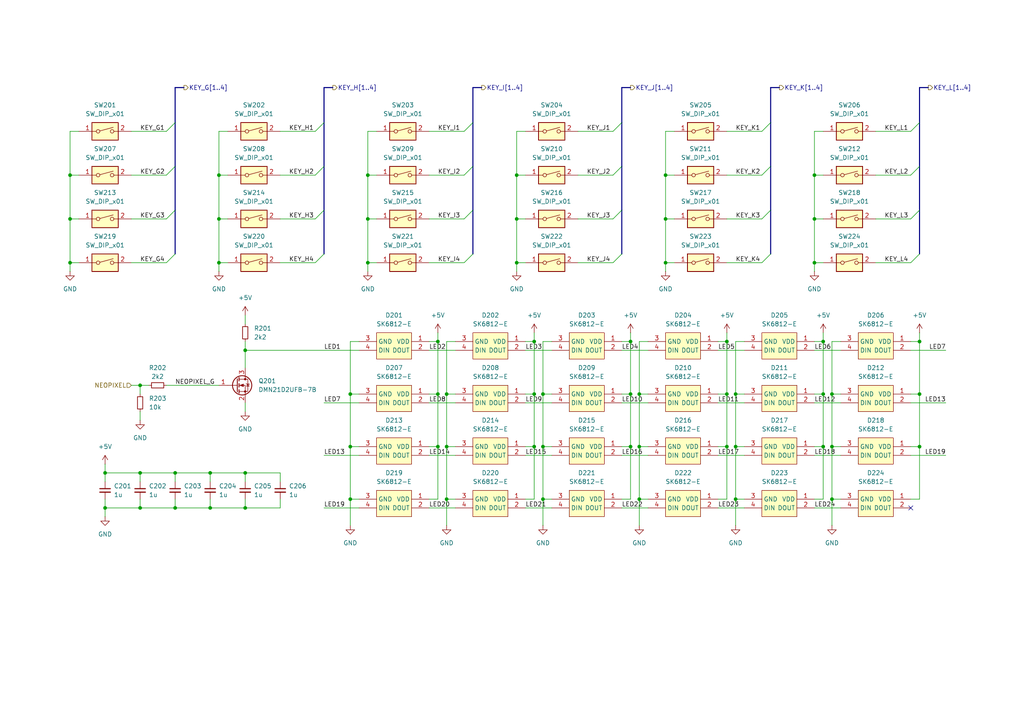
<source format=kicad_sch>
(kicad_sch (version 20250114) (generator "eeschema") (generator_version "9.0")
  (paper "A4")
  (lib_symbols
    (symbol "DEV:C_SMALL" (pin_numbers (hide yes)) (pin_names (offset 0.254) (hide yes))
      (property "Reference" "C" (at 0.254 1.778 0))
      (property "Value" "SMALL" (at 0.254 -2.032 0))
      (symbol "C_SMALL_1_1"
        (pin passive line (at 0 2.54 270) (length 2.032) (name "~") (number "1"))
        (pin passive line (at 0 -2.54 90) (length 2.032) (name "~") (number "2"))
      )
    )
    (symbol "DEV:R_SMALL" (pin_numbers (hide yes)) (pin_names (offset 0.254) (hide yes))
      (property "Reference" "R" (at 0 0 90))
      (property "Value" "R_SMALL" (at 1.778 0 90))
      (symbol "R_SMALL_1_1"
        (pin passive line (at 0 2.54 270) (length 0.762) (name "~") (number "1"))
        (pin passive line (at 0 -2.54 90) (length 0.762) (name "~") (number "2"))
      )
    )
    (symbol "LED:SK6812-E"
      (property "Reference" "D" (at 0 5.08 0))
      (property "Value" "SK6812-E" (at 0 2.54 0))
      (symbol "SK6812-E_0_0"
        (pin power_in line (at -10.16 -2.54 0) (length 5.08) (name "GND") (number "3"))
        (pin input line (at -10.16 -5.08 0) (length 5.08) (name "DIN") (number "4"))
        (pin power_in line (at 10.16 -2.54 180) (length 5.08) (name "VDD") (number "1"))
        (pin output line (at 10.16 -5.08 180) (length 5.08) (name "DOUT") (number "2"))
      )
    )
    (symbol "MOSFET:DMN21D2UFB-7B" (pin_names (hide yes))
      (property "Reference" "Q" (at 11.43 3.81 0))
      (property "Value" "DMN21D2UFB-7B" (at 11.43 1.27 0))
      (symbol "DMN21D2UFB-7B_1_1"
        (pin input line (at 0 0 0) (length 2.54) (name "G") (number "1"))
        (pin passive line (at 7.62 5.08 270) (length 2.54) (name "D") (number "3"))
        (pin passive line (at 7.62 -5.08 90) (length 2.54) (name "S") (number "2"))
      )
    )
    (symbol "Switch:SW_DIP_x01" (pin_names (offset 0) (hide yes))
      (property "Reference" "SW" (at 0 3.81 0))
      (property "Value" "SW_DIP_x01" (at 0 -3.81 0))
      (symbol "SW_DIP_x01_1_1"
        (pin passive line (at -7.62 0 0) (length 5.08) (name "~") (number "1"))
        (pin passive line (at 7.62 0 180) (length 5.08) (name "~") (number "2"))
      )
    )
    (symbol "power:+5V" (power) (pin_numbers (hide yes)) (pin_names (offset 0) (hide yes))
      (property "Value" "+5V" (at 0 3.556 0))
      (symbol "+5V_1_1"
        (pin power_in line (at 0 0 90) (length 0) (name "~") (number "1"))
      )
    )
    (symbol "power:GND" (power) (pin_numbers (hide yes)) (pin_names (offset 0) (hide yes))
      (property "Value" "GND" (at 0 -3.81 0))
      (symbol "GND_1_1"
        (pin power_in line (at 0 0 270) (length 0) (name "~") (number "1"))
      )
    )
  )
  (junction (at 210.82 99.06))
  (junction (at 129.54 144.78))
  (junction (at 149.86 63.5))
  (junction (at 213.36 144.78))
  (junction (at 60.96 137.16))
  (junction (at 266.7 99.06))
  (junction (at 30.48 147.32))
  (junction (at 266.7 129.54))
  (junction (at 210.82 114.3))
  (junction (at 40.64 147.32))
  (junction (at 157.48 129.54))
  (junction (at 106.68 76.2))
  (junction (at 40.64 111.76))
  (junction (at 154.94 129.54))
  (junction (at 182.88 114.3))
  (junction (at 241.3 129.54))
  (junction (at 50.8 147.32))
  (junction (at 149.86 50.8))
  (junction (at 127 114.3))
  (junction (at 210.82 129.54))
  (junction (at 266.7 114.3))
  (junction (at 20.32 76.2))
  (junction (at 63.5 50.8))
  (junction (at 185.42 129.54))
  (junction (at 213.36 114.3))
  (junction (at 127 99.06))
  (junction (at 106.68 50.8))
  (junction (at 154.94 114.3))
  (junction (at 63.5 63.5))
  (junction (at 101.6 129.54))
  (junction (at 50.8 137.16))
  (junction (at 71.12 101.6))
  (junction (at 193.04 63.5))
  (junction (at 149.86 76.2))
  (junction (at 40.64 137.16))
  (junction (at 182.88 99.06))
  (junction (at 127 129.54))
  (junction (at 71.12 137.16))
  (junction (at 241.3 144.78))
  (junction (at 154.94 99.06))
  (junction (at 20.32 50.8))
  (junction (at 238.76 114.3))
  (junction (at 185.42 114.3))
  (junction (at 236.22 50.8))
  (junction (at 129.54 129.54))
  (junction (at 157.48 114.3))
  (junction (at 129.54 114.3))
  (junction (at 236.22 76.2))
  (junction (at 157.48 144.78))
  (junction (at 238.76 129.54))
  (junction (at 60.96 147.32))
  (junction (at 185.42 144.78))
  (junction (at 182.88 129.54))
  (junction (at 193.04 50.8))
  (junction (at 241.3 114.3))
  (junction (at 236.22 63.5))
  (junction (at 238.76 99.06))
  (junction (at 30.48 137.16))
  (junction (at 193.04 76.2))
  (junction (at 101.6 144.78))
  (junction (at 20.32 63.5))
  (junction (at 106.68 63.5))
  (junction (at 63.5 76.2))
  (junction (at 71.12 147.32))
  (junction (at 101.6 114.3))
  (junction (at 213.36 129.54))
  (no_connect (at 264.16 147.32))
  (bus_entry (at 180.34 48.26) (size -2.54 2.54))
  (bus_entry (at 137.16 35.56) (size -2.54 2.54))
  (bus_entry (at 180.34 60.96) (size -2.54 2.54))
  (bus_entry (at 50.8 35.56) (size -2.54 2.54))
  (bus_entry (at 180.34 73.66) (size -2.54 2.54))
  (bus_entry (at 180.34 35.56) (size -2.54 2.54))
  (bus_entry (at 93.98 48.26) (size -2.54 2.54))
  (bus_entry (at 223.52 35.56) (size -2.54 2.54))
  (bus_entry (at 50.8 73.66) (size -2.54 2.54))
  (bus_entry (at 50.8 60.96) (size -2.54 2.54))
  (bus_entry (at 266.7 48.26) (size -2.54 2.54))
  (bus_entry (at 266.7 35.56) (size -2.54 2.54))
  (bus_entry (at 266.7 60.96) (size -2.54 2.54))
  (bus_entry (at 93.98 73.66) (size -2.54 2.54))
  (bus_entry (at 50.8 48.26) (size -2.54 2.54))
  (bus_entry (at 266.7 73.66) (size -2.54 2.54))
  (bus_entry (at 137.16 60.96) (size -2.54 2.54))
  (bus_entry (at 93.98 35.56) (size -2.54 2.54))
  (bus_entry (at 93.98 60.96) (size -2.54 2.54))
  (bus_entry (at 223.52 48.26) (size -2.54 2.54))
  (bus_entry (at 137.16 73.66) (size -2.54 2.54))
  (bus_entry (at 223.52 73.66) (size -2.54 2.54))
  (bus_entry (at 137.16 48.26) (size -2.54 2.54))
  (bus_entry (at 223.52 60.96) (size -2.54 2.54))
  (wire (pts (xy 30.48 134.62) (xy 30.48 137.16)))
  (wire (pts (xy 210.82 38.1) (xy 220.98 38.1)))
  (wire (pts (xy 236.22 99.06) (xy 238.76 99.06)))
  (wire (pts (xy 152.4 129.54) (xy 154.94 129.54)))
  (wire (pts (xy 20.32 63.5) (xy 22.86 63.5)))
  (wire (pts (xy 71.12 147.32) (xy 81.28 147.32)))
  (wire (pts (xy 210.82 114.3) (xy 210.82 129.54)))
  (bus (pts (xy 266.7 35.56) (xy 266.7 48.26)))
  (wire (pts (xy 180.34 147.32) (xy 187.96 147.32)))
  (wire (pts (xy 266.7 99.06) (xy 266.7 114.3)))
  (wire (pts (xy 63.5 50.8) (xy 63.5 63.5)))
  (wire (pts (xy 274.32 101.6) (xy 264.16 101.6)))
  (wire (pts (xy 236.22 63.5) (xy 238.76 63.5)))
  (wire (pts (xy 20.32 76.2) (xy 22.86 76.2)))
  (wire (pts (xy 254 76.2) (xy 264.16 76.2)))
  (wire (pts (xy 154.94 99.06) (xy 154.94 114.3)))
  (wire (pts (xy 213.36 144.78) (xy 215.9 144.78)))
  (wire (pts (xy 152.4 147.32) (xy 160.02 147.32)))
  (wire (pts (xy 238.76 99.06) (xy 238.76 114.3)))
  (wire (pts (xy 213.36 129.54) (xy 215.9 129.54)))
  (wire (pts (xy 127 99.06) (xy 127 96.52)))
  (wire (pts (xy 193.04 38.1) (xy 193.04 50.8)))
  (wire (pts (xy 180.34 114.3) (xy 182.88 114.3)))
  (wire (pts (xy 236.22 147.32) (xy 243.84 147.32)))
  (bus (pts (xy 93.98 48.26) (xy 93.98 60.96)))
  (wire (pts (xy 50.8 144.78) (xy 50.8 147.32)))
  (wire (pts (xy 71.12 144.78) (xy 71.12 147.32)))
  (wire (pts (xy 238.76 76.2) (xy 236.22 76.2)))
  (bus (pts (xy 93.98 35.56) (xy 93.98 48.26)))
  (wire (pts (xy 30.48 137.16) (xy 30.48 139.7)))
  (bus (pts (xy 266.7 48.26) (xy 266.7 60.96)))
  (wire (pts (xy 63.5 76.2) (xy 66.04 76.2)))
  (wire (pts (xy 213.36 129.54) (xy 213.36 114.3)))
  (wire (pts (xy 30.48 137.16) (xy 40.64 137.16)))
  (wire (pts (xy 106.68 38.1) (xy 106.68 50.8)))
  (bus (pts (xy 226.06 25.4) (xy 223.52 25.4)))
  (wire (pts (xy 71.12 99.06) (xy 71.12 101.6)))
  (wire (pts (xy 210.82 99.06) (xy 210.82 114.3)))
  (wire (pts (xy 93.98 132.08) (xy 104.14 132.08)))
  (wire (pts (xy 30.48 144.78) (xy 30.48 147.32)))
  (wire (pts (xy 20.32 50.8) (xy 20.32 63.5)))
  (wire (pts (xy 101.6 152.4) (xy 101.6 144.78)))
  (bus (pts (xy 180.34 25.4) (xy 180.34 35.56)))
  (bus (pts (xy 223.52 25.4) (xy 223.52 35.56)))
  (wire (pts (xy 241.3 99.06) (xy 243.84 99.06)))
  (wire (pts (xy 101.6 114.3) (xy 101.6 99.06)))
  (wire (pts (xy 127 114.3) (xy 127 129.54)))
  (wire (pts (xy 154.94 99.06) (xy 154.94 96.52)))
  (bus (pts (xy 53.34 25.4) (xy 50.8 25.4)))
  (wire (pts (xy 71.12 137.16) (xy 81.28 137.16)))
  (wire (pts (xy 208.28 132.08) (xy 215.9 132.08)))
  (bus (pts (xy 266.7 25.4) (xy 266.7 35.56)))
  (wire (pts (xy 101.6 99.06) (xy 104.14 99.06)))
  (wire (pts (xy 152.4 114.3) (xy 154.94 114.3)))
  (wire (pts (xy 157.48 152.4) (xy 157.48 144.78)))
  (wire (pts (xy 124.46 63.5) (xy 134.62 63.5)))
  (wire (pts (xy 182.88 99.06) (xy 182.88 114.3)))
  (wire (pts (xy 127 99.06) (xy 127 114.3)))
  (wire (pts (xy 185.42 99.06) (xy 187.96 99.06)))
  (wire (pts (xy 124.46 50.8) (xy 134.62 50.8)))
  (wire (pts (xy 38.1 50.8) (xy 48.26 50.8)))
  (wire (pts (xy 152.4 144.78) (xy 154.94 144.78)))
  (wire (pts (xy 81.28 50.8) (xy 91.44 50.8)))
  (bus (pts (xy 180.34 60.96) (xy 180.34 73.66)))
  (wire (pts (xy 157.48 99.06) (xy 160.02 99.06)))
  (wire (pts (xy 38.1 38.1) (xy 48.26 38.1)))
  (wire (pts (xy 185.42 114.3) (xy 187.96 114.3)))
  (wire (pts (xy 71.12 139.7) (xy 71.12 137.16)))
  (wire (pts (xy 254 50.8) (xy 264.16 50.8)))
  (wire (pts (xy 60.96 144.78) (xy 60.96 147.32)))
  (wire (pts (xy 101.6 129.54) (xy 104.14 129.54)))
  (wire (pts (xy 185.42 129.54) (xy 185.42 114.3)))
  (wire (pts (xy 210.82 129.54) (xy 210.82 144.78)))
  (wire (pts (xy 180.34 129.54) (xy 182.88 129.54)))
  (wire (pts (xy 129.54 144.78) (xy 132.08 144.78)))
  (wire (pts (xy 60.96 139.7) (xy 60.96 137.16)))
  (wire (pts (xy 238.76 99.06) (xy 238.76 96.52)))
  (bus (pts (xy 223.52 35.56) (xy 223.52 48.26)))
  (wire (pts (xy 193.04 76.2) (xy 195.58 76.2)))
  (wire (pts (xy 30.48 147.32) (xy 30.48 149.86)))
  (wire (pts (xy 149.86 63.5) (xy 152.4 63.5)))
  (wire (pts (xy 180.34 99.06) (xy 182.88 99.06)))
  (wire (pts (xy 71.12 116.84) (xy 71.12 119.38)))
  (wire (pts (xy 81.28 144.78) (xy 81.28 147.32)))
  (wire (pts (xy 149.86 38.1) (xy 149.86 50.8)))
  (wire (pts (xy 157.48 144.78) (xy 157.48 129.54)))
  (wire (pts (xy 60.96 147.32) (xy 71.12 147.32)))
  (wire (pts (xy 213.36 114.3) (xy 215.9 114.3)))
  (wire (pts (xy 241.3 129.54) (xy 241.3 114.3)))
  (bus (pts (xy 139.7 25.4) (xy 137.16 25.4)))
  (bus (pts (xy 96.52 25.4) (xy 93.98 25.4)))
  (wire (pts (xy 30.48 147.32) (xy 40.64 147.32)))
  (wire (pts (xy 124.46 116.84) (xy 132.08 116.84)))
  (wire (pts (xy 236.22 132.08) (xy 243.84 132.08)))
  (wire (pts (xy 182.88 129.54) (xy 182.88 144.78)))
  (wire (pts (xy 167.64 38.1) (xy 177.8 38.1)))
  (wire (pts (xy 241.3 114.3) (xy 243.84 114.3)))
  (bus (pts (xy 180.34 35.56) (xy 180.34 48.26)))
  (wire (pts (xy 266.7 99.06) (xy 266.7 96.52)))
  (wire (pts (xy 40.64 119.38) (xy 40.64 121.92)))
  (wire (pts (xy 48.26 111.76) (xy 63.5 111.76)))
  (bus (pts (xy 182.88 25.4) (xy 180.34 25.4)))
  (bus (pts (xy 50.8 48.26) (xy 50.8 60.96)))
  (wire (pts (xy 157.48 114.3) (xy 160.02 114.3)))
  (wire (pts (xy 66.04 38.1) (xy 63.5 38.1)))
  (wire (pts (xy 129.54 129.54) (xy 129.54 114.3)))
  (wire (pts (xy 182.88 114.3) (xy 182.88 129.54)))
  (wire (pts (xy 40.64 144.78) (xy 40.64 147.32)))
  (wire (pts (xy 101.6 129.54) (xy 101.6 114.3)))
  (wire (pts (xy 63.5 76.2) (xy 63.5 78.74)))
  (wire (pts (xy 274.32 132.08) (xy 264.16 132.08)))
  (wire (pts (xy 81.28 139.7) (xy 81.28 137.16)))
  (bus (pts (xy 266.7 60.96) (xy 266.7 73.66)))
  (wire (pts (xy 40.64 111.76) (xy 40.64 114.3)))
  (wire (pts (xy 93.98 116.84) (xy 104.14 116.84)))
  (wire (pts (xy 106.68 63.5) (xy 109.22 63.5)))
  (wire (pts (xy 238.76 129.54) (xy 238.76 144.78)))
  (wire (pts (xy 149.86 63.5) (xy 149.86 76.2)))
  (wire (pts (xy 149.86 76.2) (xy 149.86 78.74)))
  (bus (pts (xy 269.24 25.4) (xy 266.7 25.4)))
  (wire (pts (xy 101.6 114.3) (xy 104.14 114.3)))
  (wire (pts (xy 149.86 50.8) (xy 152.4 50.8)))
  (wire (pts (xy 149.86 50.8) (xy 149.86 63.5)))
  (bus (pts (xy 137.16 35.56) (xy 137.16 48.26)))
  (wire (pts (xy 152.4 101.6) (xy 160.02 101.6)))
  (wire (pts (xy 254 38.1) (xy 264.16 38.1)))
  (wire (pts (xy 124.46 132.08) (xy 132.08 132.08)))
  (wire (pts (xy 149.86 76.2) (xy 152.4 76.2)))
  (bus (pts (xy 137.16 60.96) (xy 137.16 73.66)))
  (wire (pts (xy 210.82 76.2) (xy 220.98 76.2)))
  (wire (pts (xy 129.54 129.54) (xy 132.08 129.54)))
  (wire (pts (xy 152.4 38.1) (xy 149.86 38.1)))
  (wire (pts (xy 167.64 76.2) (xy 177.8 76.2)))
  (wire (pts (xy 241.3 144.78) (xy 241.3 129.54)))
  (wire (pts (xy 157.48 129.54) (xy 160.02 129.54)))
  (wire (pts (xy 101.6 144.78) (xy 101.6 129.54)))
  (bus (pts (xy 50.8 60.96) (xy 50.8 73.66)))
  (wire (pts (xy 106.68 76.2) (xy 106.68 78.74)))
  (bus (pts (xy 93.98 60.96) (xy 93.98 73.66)))
  (wire (pts (xy 81.28 63.5) (xy 91.44 63.5)))
  (wire (pts (xy 40.64 147.32) (xy 50.8 147.32)))
  (wire (pts (xy 71.12 91.44) (xy 71.12 93.98)))
  (wire (pts (xy 180.34 132.08) (xy 187.96 132.08)))
  (wire (pts (xy 81.28 76.2) (xy 91.44 76.2)))
  (wire (pts (xy 236.22 50.8) (xy 236.22 63.5)))
  (wire (pts (xy 208.28 144.78) (xy 210.82 144.78)))
  (wire (pts (xy 264.16 144.78) (xy 266.7 144.78)))
  (wire (pts (xy 20.32 76.2) (xy 20.32 78.74)))
  (wire (pts (xy 266.7 129.54) (xy 266.7 144.78)))
  (wire (pts (xy 106.68 63.5) (xy 106.68 76.2)))
  (wire (pts (xy 60.96 137.16) (xy 71.12 137.16)))
  (wire (pts (xy 167.64 63.5) (xy 177.8 63.5)))
  (wire (pts (xy 152.4 99.06) (xy 154.94 99.06)))
  (wire (pts (xy 101.6 144.78) (xy 104.14 144.78)))
  (wire (pts (xy 38.1 63.5) (xy 48.26 63.5)))
  (wire (pts (xy 50.8 147.32) (xy 60.96 147.32)))
  (wire (pts (xy 236.22 50.8) (xy 238.76 50.8)))
  (wire (pts (xy 50.8 137.16) (xy 60.96 137.16)))
  (wire (pts (xy 124.46 99.06) (xy 127 99.06)))
  (wire (pts (xy 208.28 147.32) (xy 215.9 147.32)))
  (wire (pts (xy 124.46 147.32) (xy 132.08 147.32)))
  (wire (pts (xy 40.64 111.76) (xy 43.18 111.76)))
  (bus (pts (xy 137.16 48.26) (xy 137.16 60.96)))
  (bus (pts (xy 50.8 25.4) (xy 50.8 35.56)))
  (wire (pts (xy 152.4 132.08) (xy 160.02 132.08)))
  (wire (pts (xy 71.12 106.68) (xy 71.12 101.6)))
  (wire (pts (xy 50.8 139.7) (xy 50.8 137.16)))
  (wire (pts (xy 236.22 76.2) (xy 236.22 78.74)))
  (wire (pts (xy 254 63.5) (xy 264.16 63.5)))
  (wire (pts (xy 180.34 116.84) (xy 187.96 116.84)))
  (bus (pts (xy 223.52 60.96) (xy 223.52 73.66)))
  (wire (pts (xy 129.54 99.06) (xy 132.08 99.06)))
  (wire (pts (xy 264.16 129.54) (xy 266.7 129.54)))
  (bus (pts (xy 93.98 25.4) (xy 93.98 35.56)))
  (wire (pts (xy 213.36 114.3) (xy 213.36 99.06)))
  (bus (pts (xy 223.52 48.26) (xy 223.52 60.96)))
  (wire (pts (xy 236.22 144.78) (xy 238.76 144.78)))
  (wire (pts (xy 106.68 50.8) (xy 106.68 63.5)))
  (bus (pts (xy 180.34 48.26) (xy 180.34 60.96)))
  (wire (pts (xy 213.36 144.78) (xy 213.36 129.54)))
  (wire (pts (xy 241.3 152.4) (xy 241.3 144.78)))
  (wire (pts (xy 106.68 50.8) (xy 109.22 50.8)))
  (wire (pts (xy 63.5 38.1) (xy 63.5 50.8)))
  (wire (pts (xy 124.46 38.1) (xy 134.62 38.1)))
  (wire (pts (xy 180.34 144.78) (xy 182.88 144.78)))
  (wire (pts (xy 93.98 147.32) (xy 104.14 147.32)))
  (wire (pts (xy 208.28 129.54) (xy 210.82 129.54)))
  (wire (pts (xy 208.28 101.6) (xy 215.9 101.6)))
  (wire (pts (xy 274.32 116.84) (xy 264.16 116.84)))
  (wire (pts (xy 63.5 50.8) (xy 66.04 50.8)))
  (wire (pts (xy 129.54 114.3) (xy 129.54 99.06)))
  (wire (pts (xy 106.68 76.2) (xy 109.22 76.2)))
  (wire (pts (xy 193.04 76.2) (xy 193.04 78.74)))
  (wire (pts (xy 264.16 99.06) (xy 266.7 99.06)))
  (wire (pts (xy 38.1 76.2) (xy 48.26 76.2)))
  (wire (pts (xy 185.42 144.78) (xy 185.42 129.54)))
  (wire (pts (xy 180.34 101.6) (xy 187.96 101.6)))
  (wire (pts (xy 236.22 38.1) (xy 236.22 50.8)))
  (wire (pts (xy 236.22 63.5) (xy 236.22 76.2)))
  (wire (pts (xy 22.86 38.1) (xy 20.32 38.1)))
  (bus (pts (xy 137.16 25.4) (xy 137.16 35.56)))
  (wire (pts (xy 241.3 129.54) (xy 243.84 129.54)))
  (wire (pts (xy 182.88 99.06) (xy 182.88 96.52)))
  (wire (pts (xy 236.22 114.3) (xy 238.76 114.3)))
  (wire (pts (xy 157.48 114.3) (xy 157.48 99.06)))
  (wire (pts (xy 236.22 129.54) (xy 238.76 129.54)))
  (wire (pts (xy 210.82 63.5) (xy 220.98 63.5)))
  (wire (pts (xy 20.32 63.5) (xy 20.32 76.2)))
  (wire (pts (xy 193.04 63.5) (xy 193.04 76.2)))
  (wire (pts (xy 124.46 101.6) (xy 132.08 101.6)))
  (wire (pts (xy 241.3 144.78) (xy 243.84 144.78)))
  (wire (pts (xy 213.36 99.06) (xy 215.9 99.06)))
  (wire (pts (xy 124.46 76.2) (xy 134.62 76.2)))
  (wire (pts (xy 195.58 38.1) (xy 193.04 38.1)))
  (wire (pts (xy 264.16 114.3) (xy 266.7 114.3)))
  (wire (pts (xy 193.04 50.8) (xy 195.58 50.8)))
  (wire (pts (xy 208.28 116.84) (xy 215.9 116.84)))
  (wire (pts (xy 129.54 152.4) (xy 129.54 144.78)))
  (wire (pts (xy 185.42 152.4) (xy 185.42 144.78)))
  (bus (pts (xy 50.8 35.56) (xy 50.8 48.26)))
  (wire (pts (xy 40.64 137.16) (xy 50.8 137.16)))
  (wire (pts (xy 129.54 144.78) (xy 129.54 129.54)))
  (wire (pts (xy 238.76 114.3) (xy 238.76 129.54)))
  (wire (pts (xy 185.42 144.78) (xy 187.96 144.78)))
  (wire (pts (xy 210.82 99.06) (xy 210.82 96.52)))
  (wire (pts (xy 154.94 114.3) (xy 154.94 129.54)))
  (wire (pts (xy 127 129.54) (xy 127 144.78)))
  (wire (pts (xy 208.28 99.06) (xy 210.82 99.06)))
  (wire (pts (xy 193.04 50.8) (xy 193.04 63.5)))
  (wire (pts (xy 157.48 144.78) (xy 160.02 144.78)))
  (wire (pts (xy 167.64 50.8) (xy 177.8 50.8)))
  (wire (pts (xy 266.7 114.3) (xy 266.7 129.54)))
  (wire (pts (xy 129.54 114.3) (xy 132.08 114.3)))
  (wire (pts (xy 71.12 101.6) (xy 104.14 101.6)))
  (wire (pts (xy 236.22 101.6) (xy 243.84 101.6)))
  (wire (pts (xy 109.22 38.1) (xy 106.68 38.1)))
  (wire (pts (xy 20.32 38.1) (xy 20.32 50.8)))
  (wire (pts (xy 236.22 116.84) (xy 243.84 116.84)))
  (wire (pts (xy 63.5 63.5) (xy 63.5 76.2)))
  (wire (pts (xy 185.42 129.54) (xy 187.96 129.54)))
  (wire (pts (xy 81.28 38.1) (xy 91.44 38.1)))
  (wire (pts (xy 152.4 116.84) (xy 160.02 116.84)))
  (wire (pts (xy 124.46 144.78) (xy 127 144.78)))
  (wire (pts (xy 38.1 111.76) (xy 40.64 111.76)))
  (wire (pts (xy 20.32 50.8) (xy 22.86 50.8)))
  (wire (pts (xy 241.3 114.3) (xy 241.3 99.06)))
  (wire (pts (xy 124.46 114.3) (xy 127 114.3)))
  (wire (pts (xy 238.76 38.1) (xy 236.22 38.1)))
  (wire (pts (xy 213.36 152.4) (xy 213.36 144.78)))
  (wire (pts (xy 40.64 139.7) (xy 40.64 137.16)))
  (wire (pts (xy 124.46 129.54) (xy 127 129.54)))
  (wire (pts (xy 157.48 129.54) (xy 157.48 114.3)))
  (wire (pts (xy 208.28 114.3) (xy 210.82 114.3)))
  (wire (pts (xy 154.94 129.54) (xy 154.94 144.78)))
  (wire (pts (xy 193.04 63.5) (xy 195.58 63.5)))
  (wire (pts (xy 210.82 50.8) (xy 220.98 50.8)))
  (wire (pts (xy 185.42 114.3) (xy 185.42 99.06)))
  (wire (pts (xy 63.5 63.5) (xy 66.04 63.5)))
  (label "LED7" (at 274.32 101.6 180))
  (label "LED13" (at 274.32 116.84 180))
  (label "LED17" (at 208.28 132.08 0))
  (label "KEY_H2" (at 83.82 50.8 0))
  (label "KEY_J1" (at 170.18 38.1 0))
  (label "LED19" (at 93.98 147.32 0))
  (label "LED8" (at 124.46 116.84 0))
  (label "KEY_K3" (at 213.36 63.5 0))
  (label "LED3" (at 152.4 101.6 0))
  (label "KEY_H1" (at 83.82 38.1 0))
  (label "KEY_I4" (at 127 76.2 0))
  (label "NEOPIXEL_G" (at 50.8 111.76 0))
  (label "KEY_L1" (at 256.54 38.1 0))
  (label "KEY_J4" (at 170.18 76.2 0))
  (label "LED22" (at 180.34 147.32 0))
  (label "KEY_J2" (at 170.18 50.8 0))
  (label "KEY_I2" (at 127 50.8 0))
  (label "LED13" (at 93.98 132.08 0))
  (label "LED10" (at 180.34 116.84 0))
  (label "LED2" (at 124.46 101.6 0))
  (label "LED6" (at 236.22 101.6 0))
  (label "LED16" (at 180.34 132.08 0))
  (label "KEY_L2" (at 256.54 50.8 0))
  (label "LED14" (at 124.46 132.08 0))
  (label "KEY_H3" (at 83.82 63.5 0))
  (label "KEY_G2" (at 40.64 50.8 0))
  (label "KEY_G1" (at 40.64 38.1 0))
  (label "KEY_K4" (at 213.36 76.2 0))
  (label "LED5" (at 208.28 101.6 0))
  (label "LED15" (at 152.4 132.08 0))
  (label "LED24" (at 236.22 147.32 0))
  (label "LED11" (at 208.28 116.84 0))
  (label "LED12" (at 236.22 116.84 0))
  (label "LED21" (at 152.4 147.32 0))
  (label "LED4" (at 180.34 101.6 0))
  (label "LED1" (at 93.98 101.6 0))
  (label "KEY_K2" (at 213.36 50.8 0))
  (label "KEY_I1" (at 127 38.1 0))
  (label "KEY_J3" (at 170.18 63.5 0))
  (label "LED20" (at 124.46 147.32 0))
  (label "LED18" (at 236.22 132.08 0))
  (label "LED23" (at 208.28 147.32 0))
  (label "LED19" (at 274.32 132.08 180))
  (label "LED7" (at 93.98 116.84 0))
  (label "KEY_L3" (at 256.54 63.5 0))
  (label "KEY_K1" (at 213.36 38.1 0))
  (label "KEY_I3" (at 127 63.5 0))
  (label "KEY_G4" (at 40.64 76.2 0))
  (label "KEY_L4" (at 256.54 76.2 0))
  (label "KEY_G3" (at 40.64 63.5 0))
  (label "KEY_H4" (at 83.82 76.2 0))
  (label "LED9" (at 152.4 116.84 0))
  (hierarchical_label "KEY_G[1..4]" (shape output) (at 53.34 25.4 0))
  (hierarchical_label "NEOPIXEL" (shape input) (at 38.1 111.76 180))
  (hierarchical_label "KEY_I[1..4]" (shape output) (at 139.7 25.4 0))
  (hierarchical_label "KEY_L[1..4]" (shape output) (at 269.24 25.4 0))
  (hierarchical_label "KEY_K[1..4]" (shape output) (at 226.06 25.4 0))
  (hierarchical_label "KEY_J[1..4]" (shape output) (at 182.88 25.4 0))
  (hierarchical_label "KEY_H[1..4]" (shape output) (at 96.52 25.4 0))
  (symbol (lib_id "power:GND") (at 185.42 152.4 0) (unit 1)
    (property "Reference" "#PWR0221" (effects (hide yes)))
    (property "Value" "GND" (at 185.42 157.48 0))
  )
  (symbol (lib_id "power:GND") (at 149.86 78.74 0) (unit 1)
    (property "Reference" "#PWR0204" (effects (hide yes)))
    (property "Value" "GND" (at 149.86 83.82 0))
    (property "Description" "Power symbol creates a global label with name \"GND\" , ground" (effects (hide yes)))
  )
  (symbol (lib_id "DEV:C_SMALL") (at 50.8 142.24 0) (unit 1)
    (property "Reference" "C203" (at 53.34 140.9762 0) (effects (justify left)))
    (property "Value" "1u" (at 53.34 143.5162 0) (effects (justify left)))
    (property "Footprint" "project_footprints:C_0402" (effects (hide yes)))
    (property "Description" "Unpolarized capacitor, small symbol" (effects (hide yes)))
  )
  (symbol (lib_id "Switch:SW_DIP_x01") (at 246.38 63.5 0) (unit 1)
    (property "Reference" "SW218" (at 246.38 55.88 0))
    (property "Value" "SW_DIP_x01" (at 246.38 58.42 0))
    (property "Footprint" "project_footprints:SW_Kailh_Choc_V1_HotSwap" (effects (hide yes)))
    (property "Description" "1x DIP Switch, Single Pole Single Throw (SPST) switch, small symbol" (effects (hide yes)))
  )
  (symbol (lib_id "Switch:SW_DIP_x01") (at 73.66 63.5 0) (unit 1)
    (property "Reference" "SW214" (at 73.66 55.88 0))
    (property "Value" "SW_DIP_x01" (at 73.66 58.42 0))
    (property "Footprint" "project_footprints:SW_Kailh_Choc_V1_HotSwap" (effects (hide yes)))
    (property "Description" "1x DIP Switch, Single Pole Single Throw (SPST) switch, small symbol" (effects (hide yes)))
  )
  (symbol (lib_id "DEV:C_SMALL") (at 71.12 142.24 0) (unit 1)
    (property "Reference" "C205" (at 73.66 140.9762 0) (effects (justify left)))
    (property "Value" "1u" (at 73.66 143.5162 0) (effects (justify left)))
    (property "Footprint" "project_footprints:C_0402" (effects (hide yes)))
    (property "Description" "Unpolarized capacitor, small symbol" (effects (hide yes)))
  )
  (symbol (lib_id "DEV:C_SMALL") (at 40.64 142.24 0) (unit 1)
    (property "Reference" "C202" (at 43.18 140.9762 0) (effects (justify left)))
    (property "Value" "1u" (at 43.18 143.5162 0) (effects (justify left)))
    (property "Footprint" "project_footprints:C_0402" (effects (hide yes)))
    (property "Description" "Unpolarized capacitor, small symbol" (effects (hide yes)))
  )
  (symbol (lib_id "Switch:SW_DIP_x01") (at 203.2 63.5 0) (unit 1)
    (property "Reference" "SW217" (at 203.2 55.88 0))
    (property "Value" "SW_DIP_x01" (at 203.2 58.42 0))
    (property "Footprint" "project_footprints:SW_Kailh_Choc_V1_HotSwap" (effects (hide yes)))
    (property "Description" "1x DIP Switch, Single Pole Single Throw (SPST) switch, small symbol" (effects (hide yes)))
  )
  (symbol (lib_id "power:GND") (at 101.6 152.4 0) (unit 1)
    (property "Reference" "#PWR0218" (effects (hide yes)))
    (property "Value" "GND" (at 101.6 157.48 0))
  )
  (symbol (lib_id "LED:SK6812-E") (at 142.24 96.52 0) (unit 1)
    (property "Reference" "D202" (at 142.24 91.44 0))
    (property "Value" "SK6812-E" (at 142.24 93.98 0))
    (property "Footprint" "project_footprints:sk6812-e" (effects (hide yes)))
    (property "MF" "DONGGUANG OPSCO OPTOELECTRONICS CO., LTD" (effects (hide yes)))
    (property "MAXIMUM_PACKAGE_HEIGHT" "0.84mm" (effects (hide yes)))
    (property "Package" "Package" (effects (hide yes)))
    (property "Price" "None" (effects (hide yes)))
    (property "Check_prices" "https://www.snapeda.com/parts/SK6812-E/DONGGUANG+OPSCO+OPTOELECTRONICS+CO.%252C+LTD/view-part/?ref=eda" (effects (hide yes)))
    (property "STANDARD" "Manufacturer recommendations" (effects (hide yes)))
    (property "PARTREV" "2" (effects (hide yes)))
    (property "SnapEDA_Link" "https://www.snapeda.com/parts/SK6812-E/DONGGUANG+OPSCO+OPTOELECTRONICS+CO.%252C+LTD/view-part/?ref=snap" (effects (hide yes)))
    (property "MP" "SK6812-E" (effects (hide yes)))
    (property "Description_1" "\nSK6812MINI-E is a smart LED control circuit and light emitting circuit in one controlled LED source, which has the shape of a 3528 LED chip.\n" (effects (hide yes)))
    (property "Availability" "Not in stock" (effects (hide yes)))
    (property "MANUFACTURER" "DONGGUANG OPSCO" (effects (hide yes)))
  )
  (symbol (lib_id "power:+5V") (at 30.48 134.62 0) (unit 1)
    (property "Reference" "#PWR0216" (effects (hide yes)))
    (property "Value" "+5V" (at 30.48 129.54 0))
    (property "Description" "Power symbol creates a global label with name \"+5V\"" (effects (hide yes)))
  )
  (symbol (lib_id "Switch:SW_DIP_x01") (at 116.84 50.8 0) (unit 1)
    (property "Reference" "SW209" (at 116.84 43.18 0))
    (property "Value" "SW_DIP_x01" (at 116.84 45.72 0))
    (property "Footprint" "project_footprints:SW_Kailh_Choc_V1_HotSwap" (effects (hide yes)))
    (property "Description" "1x DIP Switch, Single Pole Single Throw (SPST) switch, small symbol" (effects (hide yes)))
  )
  (symbol (lib_id "Switch:SW_DIP_x01") (at 160.02 50.8 0) (unit 1)
    (property "Reference" "SW210" (at 160.02 43.18 0))
    (property "Value" "SW_DIP_x01" (at 160.02 45.72 0))
    (property "Footprint" "project_footprints:SW_Kailh_Choc_V1_HotSwap" (effects (hide yes)))
    (property "Description" "1x DIP Switch, Single Pole Single Throw (SPST) switch, small symbol" (effects (hide yes)))
  )
  (symbol (lib_id "LED:SK6812-E") (at 114.3 96.52 0) (unit 1)
    (property "Reference" "D201" (at 114.3 91.44 0))
    (property "Value" "SK6812-E" (at 114.3 93.98 0))
    (property "Footprint" "project_footprints:sk6812-e" (effects (hide yes)))
    (property "MF" "DONGGUANG OPSCO OPTOELECTRONICS CO., LTD" (effects (hide yes)))
    (property "MAXIMUM_PACKAGE_HEIGHT" "0.84mm" (effects (hide yes)))
    (property "Package" "Package" (effects (hide yes)))
    (property "Price" "None" (effects (hide yes)))
    (property "Check_prices" "https://www.snapeda.com/parts/SK6812-E/DONGGUANG+OPSCO+OPTOELECTRONICS+CO.%252C+LTD/view-part/?ref=eda" (effects (hide yes)))
    (property "STANDARD" "Manufacturer recommendations" (effects (hide yes)))
    (property "PARTREV" "2" (effects (hide yes)))
    (property "SnapEDA_Link" "https://www.snapeda.com/parts/SK6812-E/DONGGUANG+OPSCO+OPTOELECTRONICS+CO.%252C+LTD/view-part/?ref=snap" (effects (hide yes)))
    (property "MP" "SK6812-E" (effects (hide yes)))
    (property "Description_1" "\nSK6812MINI-E is a smart LED control circuit and light emitting circuit in one controlled LED source, which has the shape of a 3528 LED chip.\n" (effects (hide yes)))
    (property "Availability" "Not in stock" (effects (hide yes)))
    (property "MANUFACTURER" "DONGGUANG OPSCO" (effects (hide yes)))
  )
  (symbol (lib_id "power:+5V") (at 210.82 96.52 0) (unit 1)
    (property "Reference" "#PWR0211" (effects (hide yes)))
    (property "Value" "+5V" (at 210.82 91.44 0))
    (property "Description" "Power symbol creates a global label with name \"+5V\"" (effects (hide yes)))
  )
  (symbol (lib_id "power:+5V") (at 71.12 91.44 0) (unit 1)
    (property "Reference" "#PWR0207" (effects (hide yes)))
    (property "Value" "+5V" (at 71.12 86.36 0))
    (property "Description" "Power symbol creates a global label with name \"+5V\"" (effects (hide yes)))
  )
  (symbol (lib_id "Switch:SW_DIP_x01") (at 160.02 76.2 0) (unit 1)
    (property "Reference" "SW222" (at 160.02 68.58 0))
    (property "Value" "SW_DIP_x01" (at 160.02 71.12 0))
    (property "Footprint" "project_footprints:SW_Kailh_Choc_V1_HotSwap" (effects (hide yes)))
    (property "Description" "1x DIP Switch, Single Pole Single Throw (SPST) switch, small symbol" (effects (hide yes)))
  )
  (symbol (lib_id "power:GND") (at 106.68 78.74 0) (unit 1)
    (property "Reference" "#PWR0203" (effects (hide yes)))
    (property "Value" "GND" (at 106.68 83.82 0))
    (property "Description" "Power symbol creates a global label with name \"GND\" , ground" (effects (hide yes)))
  )
  (symbol (lib_id "MOSFET:DMN21D2UFB-7B") (at 63.5 111.76 0) (unit 1)
    (property "Reference" "Q201" (at 74.93 110.4899 0) (effects (justify left)))
    (property "Value" "DMN21D2UFB-7B" (at 74.93 113.0299 0) (effects (justify left)))
    (property "Footprint" "project_footprints:DMN21D2UFB7B" (effects (hide yes)))
    (property "Datasheet" "https://componentsearchengine.com/Datasheets/1/DMN21D2UFB-7B.pdf" (effects (hide yes)))
    (property "Description" "MOSFET MOSFET BVDSS: 8V-24V X1-DFN1006-3 T&R 10" (effects (hide yes)))
    (property "Height" "0.53" (effects (hide yes)))
    (property "Mouser Part Number" "621-DMN21D2UFB-7B" (effects (hide yes)))
    (property "Manufacturer_Name" "Diodes Incorporated" (effects (hide yes)))
    (property "Manufacturer_Part_Number" "DMN21D2UFB-7B" (effects (hide yes)))
  )
  (symbol (lib_id "Switch:SW_DIP_x01") (at 30.48 63.5 0) (unit 1)
    (property "Reference" "SW213" (at 30.48 55.88 0))
    (property "Value" "SW_DIP_x01" (at 30.48 58.42 0))
    (property "Footprint" "project_footprints:SW_Kailh_Choc_V1_HotSwap" (effects (hide yes)))
    (property "Description" "1x DIP Switch, Single Pole Single Throw (SPST) switch, small symbol" (effects (hide yes)))
  )
  (symbol (lib_id "LED:SK6812-E") (at 254 96.52 0) (unit 1)
    (property "Reference" "D206" (at 254 91.44 0))
    (property "Value" "SK6812-E" (at 254 93.98 0))
    (property "Footprint" "project_footprints:sk6812-e" (effects (hide yes)))
    (property "MF" "DONGGUANG OPSCO OPTOELECTRONICS CO., LTD" (effects (hide yes)))
    (property "MAXIMUM_PACKAGE_HEIGHT" "0.84mm" (effects (hide yes)))
    (property "Package" "Package" (effects (hide yes)))
    (property "Price" "None" (effects (hide yes)))
    (property "Check_prices" "https://www.snapeda.com/parts/SK6812-E/DONGGUANG+OPSCO+OPTOELECTRONICS+CO.%252C+LTD/view-part/?ref=eda" (effects (hide yes)))
    (property "STANDARD" "Manufacturer recommendations" (effects (hide yes)))
    (property "PARTREV" "2" (effects (hide yes)))
    (property "SnapEDA_Link" "https://www.snapeda.com/parts/SK6812-E/DONGGUANG+OPSCO+OPTOELECTRONICS+CO.%252C+LTD/view-part/?ref=snap" (effects (hide yes)))
    (property "MP" "SK6812-E" (effects (hide yes)))
    (property "Description_1" "\nSK6812MINI-E is a smart LED control circuit and light emitting circuit in one controlled LED source, which has the shape of a 3528 LED chip.\n" (effects (hide yes)))
    (property "Availability" "Not in stock" (effects (hide yes)))
    (property "MANUFACTURER" "DONGGUANG OPSCO" (effects (hide yes)))
  )
  (symbol (lib_id "DEV:R_SMALL") (at 40.64 116.84 0) (unit 1)
    (property "Reference" "R203" (at 43.18 115.5699 0) (effects (justify left)))
    (property "Value" "10k" (at 43.18 118.1099 0) (effects (justify left)))
    (property "Footprint" "project_footprints:R_0402" (effects (hide yes)))
    (property "Description" "Resistor, small symbol" (effects (hide yes)))
  )
  (symbol (lib_id "power:+5V") (at 182.88 96.52 0) (unit 1)
    (property "Reference" "#PWR0210" (effects (hide yes)))
    (property "Value" "+5V" (at 182.88 91.44 0))
    (property "Description" "Power symbol creates a global label with name \"+5V\"" (effects (hide yes)))
  )
  (symbol (lib_id "Switch:SW_DIP_x01") (at 73.66 50.8 0) (unit 1)
    (property "Reference" "SW208" (at 73.66 43.18 0))
    (property "Value" "SW_DIP_x01" (at 73.66 45.72 0))
    (property "Footprint" "project_footprints:SW_Kailh_Choc_V1_HotSwap" (effects (hide yes)))
    (property "Description" "1x DIP Switch, Single Pole Single Throw (SPST) switch, small symbol" (effects (hide yes)))
  )
  (symbol (lib_id "LED:SK6812-E") (at 254 127 0) (unit 1)
    (property "Reference" "D218" (at 254 121.92 0))
    (property "Value" "SK6812-E" (at 254 124.46 0))
    (property "Footprint" "project_footprints:sk6812-e" (effects (hide yes)))
    (property "MF" "DONGGUANG OPSCO OPTOELECTRONICS CO., LTD" (effects (hide yes)))
    (property "MAXIMUM_PACKAGE_HEIGHT" "0.84mm" (effects (hide yes)))
    (property "Package" "Package" (effects (hide yes)))
    (property "Price" "None" (effects (hide yes)))
    (property "Check_prices" "https://www.snapeda.com/parts/SK6812-E/DONGGUANG+OPSCO+OPTOELECTRONICS+CO.%252C+LTD/view-part/?ref=eda" (effects (hide yes)))
    (property "STANDARD" "Manufacturer recommendations" (effects (hide yes)))
    (property "PARTREV" "2" (effects (hide yes)))
    (property "SnapEDA_Link" "https://www.snapeda.com/parts/SK6812-E/DONGGUANG+OPSCO+OPTOELECTRONICS+CO.%252C+LTD/view-part/?ref=snap" (effects (hide yes)))
    (property "MP" "SK6812-E" (effects (hide yes)))
    (property "Description_1" "\nSK6812MINI-E is a smart LED control circuit and light emitting circuit in one controlled LED source, which has the shape of a 3528 LED chip.\n" (effects (hide yes)))
    (property "Availability" "Not in stock" (effects (hide yes)))
    (property "MANUFACTURER" "DONGGUANG OPSCO" (effects (hide yes)))
  )
  (symbol (lib_id "Switch:SW_DIP_x01") (at 116.84 38.1 0) (unit 1)
    (property "Reference" "SW203" (at 116.84 30.48 0))
    (property "Value" "SW_DIP_x01" (at 116.84 33.02 0))
    (property "Footprint" "project_footprints:SW_Kailh_Choc_V1_HotSwap" (effects (hide yes)))
    (property "Description" "1x DIP Switch, Single Pole Single Throw (SPST) switch, small symbol" (effects (hide yes)))
  )
  (symbol (lib_id "Switch:SW_DIP_x01") (at 246.38 38.1 0) (unit 1)
    (property "Reference" "SW206" (at 246.38 30.48 0))
    (property "Value" "SW_DIP_x01" (at 246.38 33.02 0))
    (property "Footprint" "project_footprints:SW_Kailh_Choc_V1_HotSwap" (effects (hide yes)))
    (property "Description" "1x DIP Switch, Single Pole Single Throw (SPST) switch, small symbol" (effects (hide yes)))
  )
  (symbol (lib_id "Switch:SW_DIP_x01") (at 30.48 38.1 0) (unit 1)
    (property "Reference" "SW201" (at 30.48 30.48 0))
    (property "Value" "SW_DIP_x01" (at 30.48 33.02 0))
    (property "Footprint" "project_footprints:SW_Kailh_Choc_V1_HotSwap" (effects (hide yes)))
    (property "Description" "1x DIP Switch, Single Pole Single Throw (SPST) switch, small symbol" (effects (hide yes)))
  )
  (symbol (lib_id "power:+5V") (at 238.76 96.52 0) (unit 1)
    (property "Reference" "#PWR0212" (effects (hide yes)))
    (property "Value" "+5V" (at 238.76 91.44 0))
    (property "Description" "Power symbol creates a global label with name \"+5V\"" (effects (hide yes)))
  )
  (symbol (lib_id "LED:SK6812-E") (at 142.24 142.24 0) (unit 1)
    (property "Reference" "D220" (at 142.24 137.16 0))
    (property "Value" "SK6812-E" (at 142.24 139.7 0))
    (property "Footprint" "project_footprints:sk6812-e" (effects (hide yes)))
    (property "MF" "DONGGUANG OPSCO OPTOELECTRONICS CO., LTD" (effects (hide yes)))
    (property "MAXIMUM_PACKAGE_HEIGHT" "0.84mm" (effects (hide yes)))
    (property "Package" "Package" (effects (hide yes)))
    (property "Price" "None" (effects (hide yes)))
    (property "Check_prices" "https://www.snapeda.com/parts/SK6812-E/DONGGUANG+OPSCO+OPTOELECTRONICS+CO.%252C+LTD/view-part/?ref=eda" (effects (hide yes)))
    (property "STANDARD" "Manufacturer recommendations" (effects (hide yes)))
    (property "PARTREV" "2" (effects (hide yes)))
    (property "SnapEDA_Link" "https://www.snapeda.com/parts/SK6812-E/DONGGUANG+OPSCO+OPTOELECTRONICS+CO.%252C+LTD/view-part/?ref=snap" (effects (hide yes)))
    (property "MP" "SK6812-E" (effects (hide yes)))
    (property "Description_1" "\nSK6812MINI-E is a smart LED control circuit and light emitting circuit in one controlled LED source, which has the shape of a 3528 LED chip.\n" (effects (hide yes)))
    (property "Availability" "Not in stock" (effects (hide yes)))
    (property "MANUFACTURER" "DONGGUANG OPSCO" (effects (hide yes)))
  )
  (symbol (lib_id "Switch:SW_DIP_x01") (at 160.02 63.5 0) (unit 1)
    (property "Reference" "SW216" (at 160.02 55.88 0))
    (property "Value" "SW_DIP_x01" (at 160.02 58.42 0))
    (property "Footprint" "project_footprints:SW_Kailh_Choc_V1_HotSwap" (effects (hide yes)))
    (property "Description" "1x DIP Switch, Single Pole Single Throw (SPST) switch, small symbol" (effects (hide yes)))
  )
  (symbol (lib_id "DEV:R_SMALL") (at 45.72 111.76 90) (unit 1)
    (property "Reference" "R202" (at 45.72 106.68 90))
    (property "Value" "2k2" (at 45.72 109.22 90))
    (property "Footprint" "project_footprints:R_0402" (effects (hide yes)))
    (property "Description" "Resistor, small symbol" (effects (hide yes)))
  )
  (symbol (lib_id "LED:SK6812-E") (at 170.18 111.76 0) (unit 1)
    (property "Reference" "D209" (at 170.18 106.68 0))
    (property "Value" "SK6812-E" (at 170.18 109.22 0))
    (property "Footprint" "project_footprints:sk6812-e" (effects (hide yes)))
    (property "MF" "DONGGUANG OPSCO OPTOELECTRONICS CO., LTD" (effects (hide yes)))
    (property "MAXIMUM_PACKAGE_HEIGHT" "0.84mm" (effects (hide yes)))
    (property "Package" "Package" (effects (hide yes)))
    (property "Price" "None" (effects (hide yes)))
    (property "Check_prices" "https://www.snapeda.com/parts/SK6812-E/DONGGUANG+OPSCO+OPTOELECTRONICS+CO.%252C+LTD/view-part/?ref=eda" (effects (hide yes)))
    (property "STANDARD" "Manufacturer recommendations" (effects (hide yes)))
    (property "PARTREV" "2" (effects (hide yes)))
    (property "SnapEDA_Link" "https://www.snapeda.com/parts/SK6812-E/DONGGUANG+OPSCO+OPTOELECTRONICS+CO.%252C+LTD/view-part/?ref=snap" (effects (hide yes)))
    (property "MP" "SK6812-E" (effects (hide yes)))
    (property "Description_1" "\nSK6812MINI-E is a smart LED control circuit and light emitting circuit in one controlled LED source, which has the shape of a 3528 LED chip.\n" (effects (hide yes)))
    (property "Availability" "Not in stock" (effects (hide yes)))
    (property "MANUFACTURER" "DONGGUANG OPSCO" (effects (hide yes)))
  )
  (symbol (lib_id "LED:SK6812-E") (at 226.06 111.76 0) (unit 1)
    (property "Reference" "D211" (at 226.06 106.68 0))
    (property "Value" "SK6812-E" (at 226.06 109.22 0))
    (property "Footprint" "project_footprints:sk6812-e" (effects (hide yes)))
    (property "MF" "DONGGUANG OPSCO OPTOELECTRONICS CO., LTD" (effects (hide yes)))
    (property "MAXIMUM_PACKAGE_HEIGHT" "0.84mm" (effects (hide yes)))
    (property "Package" "Package" (effects (hide yes)))
    (property "Price" "None" (effects (hide yes)))
    (property "Check_prices" "https://www.snapeda.com/parts/SK6812-E/DONGGUANG+OPSCO+OPTOELECTRONICS+CO.%252C+LTD/view-part/?ref=eda" (effects (hide yes)))
    (property "STANDARD" "Manufacturer recommendations" (effects (hide yes)))
    (property "PARTREV" "2" (effects (hide yes)))
    (property "SnapEDA_Link" "https://www.snapeda.com/parts/SK6812-E/DONGGUANG+OPSCO+OPTOELECTRONICS+CO.%252C+LTD/view-part/?ref=snap" (effects (hide yes)))
    (property "MP" "SK6812-E" (effects (hide yes)))
    (property "Description_1" "\nSK6812MINI-E is a smart LED control circuit and light emitting circuit in one controlled LED source, which has the shape of a 3528 LED chip.\n" (effects (hide yes)))
    (property "Availability" "Not in stock" (effects (hide yes)))
    (property "MANUFACTURER" "DONGGUANG OPSCO" (effects (hide yes)))
  )
  (symbol (lib_id "LED:SK6812-E") (at 142.24 127 0) (unit 1)
    (property "Reference" "D214" (at 142.24 121.92 0))
    (property "Value" "SK6812-E" (at 142.24 124.46 0))
    (property "Footprint" "project_footprints:sk6812-e" (effects (hide yes)))
    (property "MF" "DONGGUANG OPSCO OPTOELECTRONICS CO., LTD" (effects (hide yes)))
    (property "MAXIMUM_PACKAGE_HEIGHT" "0.84mm" (effects (hide yes)))
    (property "Package" "Package" (effects (hide yes)))
    (property "Price" "None" (effects (hide yes)))
    (property "Check_prices" "https://www.snapeda.com/parts/SK6812-E/DONGGUANG+OPSCO+OPTOELECTRONICS+CO.%252C+LTD/view-part/?ref=eda" (effects (hide yes)))
    (property "STANDARD" "Manufacturer recommendations" (effects (hide yes)))
    (property "PARTREV" "2" (effects (hide yes)))
    (property "SnapEDA_Link" "https://www.snapeda.com/parts/SK6812-E/DONGGUANG+OPSCO+OPTOELECTRONICS+CO.%252C+LTD/view-part/?ref=snap" (effects (hide yes)))
    (property "MP" "SK6812-E" (effects (hide yes)))
    (property "Description_1" "\nSK6812MINI-E is a smart LED control circuit and light emitting circuit in one controlled LED source, which has the shape of a 3528 LED chip.\n" (effects (hide yes)))
    (property "Availability" "Not in stock" (effects (hide yes)))
    (property "MANUFACTURER" "DONGGUANG OPSCO" (effects (hide yes)))
  )
  (symbol (lib_id "DEV:C_SMALL") (at 81.28 142.24 0) (unit 1)
    (property "Reference" "C206" (at 83.82 140.9762 0) (effects (justify left)))
    (property "Value" "1u" (at 83.82 143.5162 0) (effects (justify left)))
    (property "Footprint" "project_footprints:C_0402" (effects (hide yes)))
    (property "Description" "Unpolarized capacitor, small symbol" (effects (hide yes)))
  )
  (symbol (lib_id "power:GND") (at 193.04 78.74 0) (unit 1)
    (property "Reference" "#PWR0205" (effects (hide yes)))
    (property "Value" "GND" (at 193.04 83.82 0))
    (property "Description" "Power symbol creates a global label with name \"GND\" , ground" (effects (hide yes)))
  )
  (symbol (lib_id "LED:SK6812-E") (at 198.12 142.24 0) (unit 1)
    (property "Reference" "D222" (at 198.12 137.16 0))
    (property "Value" "SK6812-E" (at 198.12 139.7 0))
    (property "Footprint" "project_footprints:sk6812-e" (effects (hide yes)))
    (property "MF" "DONGGUANG OPSCO OPTOELECTRONICS CO., LTD" (effects (hide yes)))
    (property "MAXIMUM_PACKAGE_HEIGHT" "0.84mm" (effects (hide yes)))
    (property "Package" "Package" (effects (hide yes)))
    (property "Price" "None" (effects (hide yes)))
    (property "Check_prices" "https://www.snapeda.com/parts/SK6812-E/DONGGUANG+OPSCO+OPTOELECTRONICS+CO.%252C+LTD/view-part/?ref=eda" (effects (hide yes)))
    (property "STANDARD" "Manufacturer recommendations" (effects (hide yes)))
    (property "PARTREV" "2" (effects (hide yes)))
    (property "SnapEDA_Link" "https://www.snapeda.com/parts/SK6812-E/DONGGUANG+OPSCO+OPTOELECTRONICS+CO.%252C+LTD/view-part/?ref=snap" (effects (hide yes)))
    (property "MP" "SK6812-E" (effects (hide yes)))
    (property "Description_1" "\nSK6812MINI-E is a smart LED control circuit and light emitting circuit in one controlled LED source, which has the shape of a 3528 LED chip.\n" (effects (hide yes)))
    (property "Availability" "Not in stock" (effects (hide yes)))
    (property "MANUFACTURER" "DONGGUANG OPSCO" (effects (hide yes)))
  )
  (symbol (lib_id "LED:SK6812-E") (at 226.06 96.52 0) (unit 1)
    (property "Reference" "D205" (at 226.06 91.44 0))
    (property "Value" "SK6812-E" (at 226.06 93.98 0))
    (property "Footprint" "project_footprints:sk6812-e" (effects (hide yes)))
    (property "MF" "DONGGUANG OPSCO OPTOELECTRONICS CO., LTD" (effects (hide yes)))
    (property "MAXIMUM_PACKAGE_HEIGHT" "0.84mm" (effects (hide yes)))
    (property "Package" "Package" (effects (hide yes)))
    (property "Price" "None" (effects (hide yes)))
    (property "Check_prices" "https://www.snapeda.com/parts/SK6812-E/DONGGUANG+OPSCO+OPTOELECTRONICS+CO.%252C+LTD/view-part/?ref=eda" (effects (hide yes)))
    (property "STANDARD" "Manufacturer recommendations" (effects (hide yes)))
    (property "PARTREV" "2" (effects (hide yes)))
    (property "SnapEDA_Link" "https://www.snapeda.com/parts/SK6812-E/DONGGUANG+OPSCO+OPTOELECTRONICS+CO.%252C+LTD/view-part/?ref=snap" (effects (hide yes)))
    (property "MP" "SK6812-E" (effects (hide yes)))
    (property "Description_1" "\nSK6812MINI-E is a smart LED control circuit and light emitting circuit in one controlled LED source, which has the shape of a 3528 LED chip.\n" (effects (hide yes)))
    (property "Availability" "Not in stock" (effects (hide yes)))
    (property "MANUFACTURER" "DONGGUANG OPSCO" (effects (hide yes)))
  )
  (symbol (lib_id "Switch:SW_DIP_x01") (at 246.38 50.8 0) (unit 1)
    (property "Reference" "SW212" (at 246.38 43.18 0))
    (property "Value" "SW_DIP_x01" (at 246.38 45.72 0))
    (property "Footprint" "project_footprints:SW_Kailh_Choc_V1_HotSwap" (effects (hide yes)))
    (property "Description" "1x DIP Switch, Single Pole Single Throw (SPST) switch, small symbol" (effects (hide yes)))
  )
  (symbol (lib_id "LED:SK6812-E") (at 170.18 142.24 0) (unit 1)
    (property "Reference" "D221" (at 170.18 137.16 0))
    (property "Value" "SK6812-E" (at 170.18 139.7 0))
    (property "Footprint" "project_footprints:sk6812-e" (effects (hide yes)))
    (property "MF" "DONGGUANG OPSCO OPTOELECTRONICS CO., LTD" (effects (hide yes)))
    (property "MAXIMUM_PACKAGE_HEIGHT" "0.84mm" (effects (hide yes)))
    (property "Package" "Package" (effects (hide yes)))
    (property "Price" "None" (effects (hide yes)))
    (property "Check_prices" "https://www.snapeda.com/parts/SK6812-E/DONGGUANG+OPSCO+OPTOELECTRONICS+CO.%252C+LTD/view-part/?ref=eda" (effects (hide yes)))
    (property "STANDARD" "Manufacturer recommendations" (effects (hide yes)))
    (property "PARTREV" "2" (effects (hide yes)))
    (property "SnapEDA_Link" "https://www.snapeda.com/parts/SK6812-E/DONGGUANG+OPSCO+OPTOELECTRONICS+CO.%252C+LTD/view-part/?ref=snap" (effects (hide yes)))
    (property "MP" "SK6812-E" (effects (hide yes)))
    (property "Description_1" "\nSK6812MINI-E is a smart LED control circuit and light emitting circuit in one controlled LED source, which has the shape of a 3528 LED chip.\n" (effects (hide yes)))
    (property "Availability" "Not in stock" (effects (hide yes)))
    (property "MANUFACTURER" "DONGGUANG OPSCO" (effects (hide yes)))
  )
  (symbol (lib_id "power:+5V") (at 266.7 96.52 0) (unit 1)
    (property "Reference" "#PWR0213" (effects (hide yes)))
    (property "Value" "+5V" (at 266.7 91.44 0))
    (property "Description" "Power symbol creates a global label with name \"+5V\"" (effects (hide yes)))
  )
  (symbol (lib_id "DEV:C_SMALL") (at 60.96 142.24 0) (unit 1)
    (property "Reference" "C204" (at 63.5 140.9762 0) (effects (justify left)))
    (property "Value" "1u" (at 63.5 143.5162 0) (effects (justify left)))
    (property "Footprint" "project_footprints:C_0402" (effects (hide yes)))
    (property "Description" "Unpolarized capacitor, small symbol" (effects (hide yes)))
  )
  (symbol (lib_id "power:GND") (at 241.3 152.4 0) (unit 1)
    (property "Reference" "#PWR0223" (effects (hide yes)))
    (property "Value" "GND" (at 241.3 157.48 0))
  )
  (symbol (lib_id "Switch:SW_DIP_x01") (at 203.2 38.1 0) (unit 1)
    (property "Reference" "SW205" (at 203.2 30.48 0))
    (property "Value" "SW_DIP_x01" (at 203.2 33.02 0))
    (property "Footprint" "project_footprints:SW_Kailh_Choc_V1_HotSwap" (effects (hide yes)))
    (property "Description" "1x DIP Switch, Single Pole Single Throw (SPST) switch, small symbol" (effects (hide yes)))
  )
  (symbol (lib_id "LED:SK6812-E") (at 170.18 96.52 0) (unit 1)
    (property "Reference" "D203" (at 170.18 91.44 0))
    (property "Value" "SK6812-E" (at 170.18 93.98 0))
    (property "Footprint" "project_footprints:sk6812-e" (effects (hide yes)))
    (property "MF" "DONGGUANG OPSCO OPTOELECTRONICS CO., LTD" (effects (hide yes)))
    (property "MAXIMUM_PACKAGE_HEIGHT" "0.84mm" (effects (hide yes)))
    (property "Package" "Package" (effects (hide yes)))
    (property "Price" "None" (effects (hide yes)))
    (property "Check_prices" "https://www.snapeda.com/parts/SK6812-E/DONGGUANG+OPSCO+OPTOELECTRONICS+CO.%252C+LTD/view-part/?ref=eda" (effects (hide yes)))
    (property "STANDARD" "Manufacturer recommendations" (effects (hide yes)))
    (property "PARTREV" "2" (effects (hide yes)))
    (property "SnapEDA_Link" "https://www.snapeda.com/parts/SK6812-E/DONGGUANG+OPSCO+OPTOELECTRONICS+CO.%252C+LTD/view-part/?ref=snap" (effects (hide yes)))
    (property "MP" "SK6812-E" (effects (hide yes)))
    (property "Description_1" "\nSK6812MINI-E is a smart LED control circuit and light emitting circuit in one controlled LED source, which has the shape of a 3528 LED chip.\n" (effects (hide yes)))
    (property "Availability" "Not in stock" (effects (hide yes)))
    (property "MANUFACTURER" "DONGGUANG OPSCO" (effects (hide yes)))
  )
  (symbol (lib_id "power:GND") (at 236.22 78.74 0) (unit 1)
    (property "Reference" "#PWR0206" (effects (hide yes)))
    (property "Value" "GND" (at 236.22 83.82 0))
    (property "Description" "Power symbol creates a global label with name \"GND\" , ground" (effects (hide yes)))
  )
  (symbol (lib_id "Switch:SW_DIP_x01") (at 246.38 76.2 0) (unit 1)
    (property "Reference" "SW224" (at 246.38 68.58 0))
    (property "Value" "SW_DIP_x01" (at 246.38 71.12 0))
    (property "Footprint" "project_footprints:SW_Kailh_Choc_V1_HotSwap" (effects (hide yes)))
    (property "Description" "1x DIP Switch, Single Pole Single Throw (SPST) switch, small symbol" (effects (hide yes)))
  )
  (symbol (lib_id "LED:SK6812-E") (at 254 142.24 0) (unit 1)
    (property "Reference" "D224" (at 254 137.16 0))
    (property "Value" "SK6812-E" (at 254 139.7 0))
    (property "Footprint" "project_footprints:sk6812-e" (effects (hide yes)))
    (property "MF" "DONGGUANG OPSCO OPTOELECTRONICS CO., LTD" (effects (hide yes)))
    (property "MAXIMUM_PACKAGE_HEIGHT" "0.84mm" (effects (hide yes)))
    (property "Package" "Package" (effects (hide yes)))
    (property "Price" "None" (effects (hide yes)))
    (property "Check_prices" "https://www.snapeda.com/parts/SK6812-E/DONGGUANG+OPSCO+OPTOELECTRONICS+CO.%252C+LTD/view-part/?ref=eda" (effects (hide yes)))
    (property "STANDARD" "Manufacturer recommendations" (effects (hide yes)))
    (property "PARTREV" "2" (effects (hide yes)))
    (property "SnapEDA_Link" "https://www.snapeda.com/parts/SK6812-E/DONGGUANG+OPSCO+OPTOELECTRONICS+CO.%252C+LTD/view-part/?ref=snap" (effects (hide yes)))
    (property "MP" "SK6812-E" (effects (hide yes)))
    (property "Description_1" "\nSK6812MINI-E is a smart LED control circuit and light emitting circuit in one controlled LED source, which has the shape of a 3528 LED chip.\n" (effects (hide yes)))
    (property "Availability" "Not in stock" (effects (hide yes)))
    (property "MANUFACTURER" "DONGGUANG OPSCO" (effects (hide yes)))
  )
  (symbol (lib_id "Switch:SW_DIP_x01") (at 30.48 76.2 0) (unit 1)
    (property "Reference" "SW219" (at 30.48 68.58 0))
    (property "Value" "SW_DIP_x01" (at 30.48 71.12 0))
    (property "Footprint" "project_footprints:SW_Kailh_Choc_V1_HotSwap" (effects (hide yes)))
    (property "Description" "1x DIP Switch, Single Pole Single Throw (SPST) switch, small symbol" (effects (hide yes)))
  )
  (symbol (lib_id "LED:SK6812-E") (at 114.3 111.76 0) (unit 1)
    (property "Reference" "D207" (at 114.3 106.68 0))
    (property "Value" "SK6812-E" (at 114.3 109.22 0))
    (property "Footprint" "project_footprints:sk6812-e" (effects (hide yes)))
    (property "MF" "DONGGUANG OPSCO OPTOELECTRONICS CO., LTD" (effects (hide yes)))
    (property "MAXIMUM_PACKAGE_HEIGHT" "0.84mm" (effects (hide yes)))
    (property "Package" "Package" (effects (hide yes)))
    (property "Price" "None" (effects (hide yes)))
    (property "Check_prices" "https://www.snapeda.com/parts/SK6812-E/DONGGUANG+OPSCO+OPTOELECTRONICS+CO.%252C+LTD/view-part/?ref=eda" (effects (hide yes)))
    (property "STANDARD" "Manufacturer recommendations" (effects (hide yes)))
    (property "PARTREV" "2" (effects (hide yes)))
    (property "SnapEDA_Link" "https://www.snapeda.com/parts/SK6812-E/DONGGUANG+OPSCO+OPTOELECTRONICS+CO.%252C+LTD/view-part/?ref=snap" (effects (hide yes)))
    (property "MP" "SK6812-E" (effects (hide yes)))
    (property "Description_1" "\nSK6812MINI-E is a smart LED control circuit and light emitting circuit in one controlled LED source, which has the shape of a 3528 LED chip.\n" (effects (hide yes)))
    (property "Availability" "Not in stock" (effects (hide yes)))
    (property "MANUFACTURER" "DONGGUANG OPSCO" (effects (hide yes)))
  )
  (symbol (lib_id "LED:SK6812-E") (at 226.06 142.24 0) (unit 1)
    (property "Reference" "D223" (at 226.06 137.16 0))
    (property "Value" "SK6812-E" (at 226.06 139.7 0))
    (property "Footprint" "project_footprints:sk6812-e" (effects (hide yes)))
    (property "MF" "DONGGUANG OPSCO OPTOELECTRONICS CO., LTD" (effects (hide yes)))
    (property "MAXIMUM_PACKAGE_HEIGHT" "0.84mm" (effects (hide yes)))
    (property "Package" "Package" (effects (hide yes)))
    (property "Price" "None" (effects (hide yes)))
    (property "Check_prices" "https://www.snapeda.com/parts/SK6812-E/DONGGUANG+OPSCO+OPTOELECTRONICS+CO.%252C+LTD/view-part/?ref=eda" (effects (hide yes)))
    (property "STANDARD" "Manufacturer recommendations" (effects (hide yes)))
    (property "PARTREV" "2" (effects (hide yes)))
    (property "SnapEDA_Link" "https://www.snapeda.com/parts/SK6812-E/DONGGUANG+OPSCO+OPTOELECTRONICS+CO.%252C+LTD/view-part/?ref=snap" (effects (hide yes)))
    (property "MP" "SK6812-E" (effects (hide yes)))
    (property "Description_1" "\nSK6812MINI-E is a smart LED control circuit and light emitting circuit in one controlled LED source, which has the shape of a 3528 LED chip.\n" (effects (hide yes)))
    (property "Availability" "Not in stock" (effects (hide yes)))
    (property "MANUFACTURER" "DONGGUANG OPSCO" (effects (hide yes)))
  )
  (symbol (lib_id "Switch:SW_DIP_x01") (at 203.2 76.2 0) (unit 1)
    (property "Reference" "SW223" (at 203.2 68.58 0))
    (property "Value" "SW_DIP_x01" (at 203.2 71.12 0))
    (property "Footprint" "project_footprints:SW_Kailh_Choc_V1_HotSwap" (effects (hide yes)))
    (property "Description" "1x DIP Switch, Single Pole Single Throw (SPST) switch, small symbol" (effects (hide yes)))
  )
  (symbol (lib_id "LED:SK6812-E") (at 142.24 111.76 0) (unit 1)
    (property "Reference" "D208" (at 142.24 106.68 0))
    (property "Value" "SK6812-E" (at 142.24 109.22 0))
    (property "Footprint" "project_footprints:sk6812-e" (effects (hide yes)))
    (property "MF" "DONGGUANG OPSCO OPTOELECTRONICS CO., LTD" (effects (hide yes)))
    (property "MAXIMUM_PACKAGE_HEIGHT" "0.84mm" (effects (hide yes)))
    (property "Package" "Package" (effects (hide yes)))
    (property "Price" "None" (effects (hide yes)))
    (property "Check_prices" "https://www.snapeda.com/parts/SK6812-E/DONGGUANG+OPSCO+OPTOELECTRONICS+CO.%252C+LTD/view-part/?ref=eda" (effects (hide yes)))
    (property "STANDARD" "Manufacturer recommendations" (effects (hide yes)))
    (property "PARTREV" "2" (effects (hide yes)))
    (property "SnapEDA_Link" "https://www.snapeda.com/parts/SK6812-E/DONGGUANG+OPSCO+OPTOELECTRONICS+CO.%252C+LTD/view-part/?ref=snap" (effects (hide yes)))
    (property "MP" "SK6812-E" (effects (hide yes)))
    (property "Description_1" "\nSK6812MINI-E is a smart LED control circuit and light emitting circuit in one controlled LED source, which has the shape of a 3528 LED chip.\n" (effects (hide yes)))
    (property "Availability" "Not in stock" (effects (hide yes)))
    (property "MANUFACTURER" "DONGGUANG OPSCO" (effects (hide yes)))
  )
  (symbol (lib_id "power:GND") (at 71.12 119.38 0) (unit 1)
    (property "Reference" "#PWR0214" (effects (hide yes)))
    (property "Value" "GND" (at 71.12 124.46 0))
  )
  (symbol (lib_id "Switch:SW_DIP_x01") (at 30.48 50.8 0) (unit 1)
    (property "Reference" "SW207" (at 30.48 43.18 0))
    (property "Value" "SW_DIP_x01" (at 30.48 45.72 0))
    (property "Footprint" "project_footprints:SW_Kailh_Choc_V1_HotSwap" (effects (hide yes)))
    (property "Description" "1x DIP Switch, Single Pole Single Throw (SPST) switch, small symbol" (effects (hide yes)))
  )
  (symbol (lib_id "Switch:SW_DIP_x01") (at 116.84 63.5 0) (unit 1)
    (property "Reference" "SW215" (at 116.84 55.88 0))
    (property "Value" "SW_DIP_x01" (at 116.84 58.42 0))
    (property "Footprint" "project_footprints:SW_Kailh_Choc_V1_HotSwap" (effects (hide yes)))
    (property "Description" "1x DIP Switch, Single Pole Single Throw (SPST) switch, small symbol" (effects (hide yes)))
  )
  (symbol (lib_id "DEV:R_SMALL") (at 71.12 96.52 0) (unit 1)
    (property "Reference" "R201" (at 73.66 95.2499 0) (effects (justify left)))
    (property "Value" "2k2" (at 73.66 97.7899 0) (effects (justify left)))
    (property "Footprint" "project_footprints:R_0402" (effects (hide yes)))
    (property "Description" "Resistor, small symbol" (effects (hide yes)))
  )
  (symbol (lib_id "power:GND") (at 30.48 149.86 0) (unit 1)
    (property "Reference" "#PWR0217" (effects (hide yes)))
    (property "Value" "GND" (at 30.48 154.94 0))
    (property "Description" "Power symbol creates a global label with name \"GND\" , ground" (effects (hide yes)))
  )
  (symbol (lib_id "Switch:SW_DIP_x01") (at 160.02 38.1 0) (unit 1)
    (property "Reference" "SW204" (at 160.02 30.48 0))
    (property "Value" "SW_DIP_x01" (at 160.02 33.02 0))
    (property "Footprint" "project_footprints:SW_Kailh_Choc_V1_HotSwap" (effects (hide yes)))
    (property "Description" "1x DIP Switch, Single Pole Single Throw (SPST) switch, small symbol" (effects (hide yes)))
  )
  (symbol (lib_id "power:GND") (at 40.64 121.92 0) (unit 1)
    (property "Reference" "#PWR0215" (effects (hide yes)))
    (property "Value" "GND" (at 40.64 127 0))
  )
  (symbol (lib_id "Switch:SW_DIP_x01") (at 203.2 50.8 0) (unit 1)
    (property "Reference" "SW211" (at 203.2 43.18 0))
    (property "Value" "SW_DIP_x01" (at 203.2 45.72 0))
    (property "Footprint" "project_footprints:SW_Kailh_Choc_V1_HotSwap" (effects (hide yes)))
    (property "Description" "1x DIP Switch, Single Pole Single Throw (SPST) switch, small symbol" (effects (hide yes)))
  )
  (symbol (lib_id "LED:SK6812-E") (at 114.3 127 0) (unit 1)
    (property "Reference" "D213" (at 114.3 121.92 0))
    (property "Value" "SK6812-E" (at 114.3 124.46 0))
    (property "Footprint" "project_footprints:sk6812-e" (effects (hide yes)))
    (property "MF" "DONGGUANG OPSCO OPTOELECTRONICS CO., LTD" (effects (hide yes)))
    (property "MAXIMUM_PACKAGE_HEIGHT" "0.84mm" (effects (hide yes)))
    (property "Package" "Package" (effects (hide yes)))
    (property "Price" "None" (effects (hide yes)))
    (property "Check_prices" "https://www.snapeda.com/parts/SK6812-E/DONGGUANG+OPSCO+OPTOELECTRONICS+CO.%252C+LTD/view-part/?ref=eda" (effects (hide yes)))
    (property "STANDARD" "Manufacturer recommendations" (effects (hide yes)))
    (property "PARTREV" "2" (effects (hide yes)))
    (property "SnapEDA_Link" "https://www.snapeda.com/parts/SK6812-E/DONGGUANG+OPSCO+OPTOELECTRONICS+CO.%252C+LTD/view-part/?ref=snap" (effects (hide yes)))
    (property "MP" "SK6812-E" (effects (hide yes)))
    (property "Description_1" "\nSK6812MINI-E is a smart LED control circuit and light emitting circuit in one controlled LED source, which has the shape of a 3528 LED chip.\n" (effects (hide yes)))
    (property "Availability" "Not in stock" (effects (hide yes)))
    (property "MANUFACTURER" "DONGGUANG OPSCO" (effects (hide yes)))
  )
  (symbol (lib_id "Switch:SW_DIP_x01") (at 116.84 76.2 0) (unit 1)
    (property "Reference" "SW221" (at 116.84 68.58 0))
    (property "Value" "SW_DIP_x01" (at 116.84 71.12 0))
    (property "Footprint" "project_footprints:SW_Kailh_Choc_V1_HotSwap" (effects (hide yes)))
    (property "Description" "1x DIP Switch, Single Pole Single Throw (SPST) switch, small symbol" (effects (hide yes)))
  )
  (symbol (lib_id "power:GND") (at 157.48 152.4 0) (unit 1)
    (property "Reference" "#PWR0220" (effects (hide yes)))
    (property "Value" "GND" (at 157.48 157.48 0))
  )
  (symbol (lib_id "Switch:SW_DIP_x01") (at 73.66 38.1 0) (unit 1)
    (property "Reference" "SW202" (at 73.66 30.48 0))
    (property "Value" "SW_DIP_x01" (at 73.66 33.02 0))
    (property "Footprint" "project_footprints:SW_Kailh_Choc_V1_HotSwap" (effects (hide yes)))
    (property "Description" "1x DIP Switch, Single Pole Single Throw (SPST) switch, small symbol" (effects (hide yes)))
  )
  (symbol (lib_id "power:GND") (at 213.36 152.4 0) (unit 1)
    (property "Reference" "#PWR0222" (effects (hide yes)))
    (property "Value" "GND" (at 213.36 157.48 0))
  )
  (symbol (lib_id "power:+5V") (at 127 96.52 0) (unit 1)
    (property "Reference" "#PWR0208" (effects (hide yes)))
    (property "Value" "+5V" (at 127 91.44 0))
    (property "Description" "Power symbol creates a global label with name \"+5V\"" (effects (hide yes)))
  )
  (symbol (lib_id "LED:SK6812-E") (at 226.06 127 0) (unit 1)
    (property "Reference" "D217" (at 226.06 121.92 0))
    (property "Value" "SK6812-E" (at 226.06 124.46 0))
    (property "Footprint" "project_footprints:sk6812-e" (effects (hide yes)))
    (property "MF" "DONGGUANG OPSCO OPTOELECTRONICS CO., LTD" (effects (hide yes)))
    (property "MAXIMUM_PACKAGE_HEIGHT" "0.84mm" (effects (hide yes)))
    (property "Package" "Package" (effects (hide yes)))
    (property "Price" "None" (effects (hide yes)))
    (property "Check_prices" "https://www.snapeda.com/parts/SK6812-E/DONGGUANG+OPSCO+OPTOELECTRONICS+CO.%252C+LTD/view-part/?ref=eda" (effects (hide yes)))
    (property "STANDARD" "Manufacturer recommendations" (effects (hide yes)))
    (property "PARTREV" "2" (effects (hide yes)))
    (property "SnapEDA_Link" "https://www.snapeda.com/parts/SK6812-E/DONGGUANG+OPSCO+OPTOELECTRONICS+CO.%252C+LTD/view-part/?ref=snap" (effects (hide yes)))
    (property "MP" "SK6812-E" (effects (hide yes)))
    (property "Description_1" "\nSK6812MINI-E is a smart LED control circuit and light emitting circuit in one controlled LED source, which has the shape of a 3528 LED chip.\n" (effects (hide yes)))
    (property "Availability" "Not in stock" (effects (hide yes)))
    (property "MANUFACTURER" "DONGGUANG OPSCO" (effects (hide yes)))
  )
  (symbol (lib_id "LED:SK6812-E") (at 254 111.76 0) (unit 1)
    (property "Reference" "D212" (at 254 106.68 0))
    (property "Value" "SK6812-E" (at 254 109.22 0))
    (property "Footprint" "project_footprints:sk6812-e" (effects (hide yes)))
    (property "MF" "DONGGUANG OPSCO OPTOELECTRONICS CO., LTD" (effects (hide yes)))
    (property "MAXIMUM_PACKAGE_HEIGHT" "0.84mm" (effects (hide yes)))
    (property "Package" "Package" (effects (hide yes)))
    (property "Price" "None" (effects (hide yes)))
    (property "Check_prices" "https://www.snapeda.com/parts/SK6812-E/DONGGUANG+OPSCO+OPTOELECTRONICS+CO.%252C+LTD/view-part/?ref=eda" (effects (hide yes)))
    (property "STANDARD" "Manufacturer recommendations" (effects (hide yes)))
    (property "PARTREV" "2" (effects (hide yes)))
    (property "SnapEDA_Link" "https://www.snapeda.com/parts/SK6812-E/DONGGUANG+OPSCO+OPTOELECTRONICS+CO.%252C+LTD/view-part/?ref=snap" (effects (hide yes)))
    (property "MP" "SK6812-E" (effects (hide yes)))
    (property "Description_1" "\nSK6812MINI-E is a smart LED control circuit and light emitting circuit in one controlled LED source, which has the shape of a 3528 LED chip.\n" (effects (hide yes)))
    (property "Availability" "Not in stock" (effects (hide yes)))
    (property "MANUFACTURER" "DONGGUANG OPSCO" (effects (hide yes)))
  )
  (symbol (lib_id "power:+5V") (at 154.94 96.52 0) (unit 1)
    (property "Reference" "#PWR0209" (effects (hide yes)))
    (property "Value" "+5V" (at 154.94 91.44 0))
    (property "Description" "Power symbol creates a global label with name \"+5V\"" (effects (hide yes)))
  )
  (symbol (lib_id "DEV:C_SMALL") (at 30.48 142.24 0) (unit 1)
    (property "Reference" "C201" (at 33.02 140.9762 0) (effects (justify left)))
    (property "Value" "1u" (at 33.02 143.5162 0) (effects (justify left)))
    (property "Footprint" "project_footprints:C_0402" (effects (hide yes)))
    (property "Description" "Unpolarized capacitor, small symbol" (effects (hide yes)))
  )
  (symbol (lib_id "power:GND") (at 20.32 78.74 0) (unit 1)
    (property "Reference" "#PWR0201" (effects (hide yes)))
    (property "Value" "GND" (at 20.32 83.82 0))
    (property "Description" "Power symbol creates a global label with name \"GND\" , ground" (effects (hide yes)))
  )
  (symbol (lib_id "power:GND") (at 63.5 78.74 0) (unit 1)
    (property "Reference" "#PWR0202" (effects (hide yes)))
    (property "Value" "GND" (at 63.5 83.82 0))
    (property "Description" "Power symbol creates a global label with name \"GND\" , ground" (effects (hide yes)))
  )
  (symbol (lib_id "LED:SK6812-E") (at 198.12 111.76 0) (unit 1)
    (property "Reference" "D210" (at 198.12 106.68 0))
    (property "Value" "SK6812-E" (at 198.12 109.22 0))
    (property "Footprint" "project_footprints:sk6812-e" (effects (hide yes)))
    (property "MF" "DONGGUANG OPSCO OPTOELECTRONICS CO., LTD" (effects (hide yes)))
    (property "MAXIMUM_PACKAGE_HEIGHT" "0.84mm" (effects (hide yes)))
    (property "Package" "Package" (effects (hide yes)))
    (property "Price" "None" (effects (hide yes)))
    (property "Check_prices" "https://www.snapeda.com/parts/SK6812-E/DONGGUANG+OPSCO+OPTOELECTRONICS+CO.%252C+LTD/view-part/?ref=eda" (effects (hide yes)))
    (property "STANDARD" "Manufacturer recommendations" (effects (hide yes)))
    (property "PARTREV" "2" (effects (hide yes)))
    (property "SnapEDA_Link" "https://www.snapeda.com/parts/SK6812-E/DONGGUANG+OPSCO+OPTOELECTRONICS+CO.%252C+LTD/view-part/?ref=snap" (effects (hide yes)))
    (property "MP" "SK6812-E" (effects (hide yes)))
    (property "Description_1" "\nSK6812MINI-E is a smart LED control circuit and light emitting circuit in one controlled LED source, which has the shape of a 3528 LED chip.\n" (effects (hide yes)))
    (property "Availability" "Not in stock" (effects (hide yes)))
    (property "MANUFACTURER" "DONGGUANG OPSCO" (effects (hide yes)))
  )
  (symbol (lib_id "LED:SK6812-E") (at 198.12 96.52 0) (unit 1)
    (property "Reference" "D204" (at 198.12 91.44 0))
    (property "Value" "SK6812-E" (at 198.12 93.98 0))
    (property "Footprint" "project_footprints:sk6812-e" (effects (hide yes)))
    (property "MF" "DONGGUANG OPSCO OPTOELECTRONICS CO., LTD" (effects (hide yes)))
    (property "MAXIMUM_PACKAGE_HEIGHT" "0.84mm" (effects (hide yes)))
    (property "Package" "Package" (effects (hide yes)))
    (property "Price" "None" (effects (hide yes)))
    (property "Check_prices" "https://www.snapeda.com/parts/SK6812-E/DONGGUANG+OPSCO+OPTOELECTRONICS+CO.%252C+LTD/view-part/?ref=eda" (effects (hide yes)))
    (property "STANDARD" "Manufacturer recommendations" (effects (hide yes)))
    (property "PARTREV" "2" (effects (hide yes)))
    (property "SnapEDA_Link" "https://www.snapeda.com/parts/SK6812-E/DONGGUANG+OPSCO+OPTOELECTRONICS+CO.%252C+LTD/view-part/?ref=snap" (effects (hide yes)))
    (property "MP" "SK6812-E" (effects (hide yes)))
    (property "Description_1" "\nSK6812MINI-E is a smart LED control circuit and light emitting circuit in one controlled LED source, which has the shape of a 3528 LED chip.\n" (effects (hide yes)))
    (property "Availability" "Not in stock" (effects (hide yes)))
    (property "MANUFACTURER" "DONGGUANG OPSCO" (effects (hide yes)))
  )
  (symbol (lib_id "LED:SK6812-E") (at 170.18 127 0) (unit 1)
    (property "Reference" "D215" (at 170.18 121.92 0))
    (property "Value" "SK6812-E" (at 170.18 124.46 0))
    (property "Footprint" "project_footprints:sk6812-e" (effects (hide yes)))
    (property "MF" "DONGGUANG OPSCO OPTOELECTRONICS CO., LTD" (effects (hide yes)))
    (property "MAXIMUM_PACKAGE_HEIGHT" "0.84mm" (effects (hide yes)))
    (property "Package" "Package" (effects (hide yes)))
    (property "Price" "None" (effects (hide yes)))
    (property "Check_prices" "https://www.snapeda.com/parts/SK6812-E/DONGGUANG+OPSCO+OPTOELECTRONICS+CO.%252C+LTD/view-part/?ref=eda" (effects (hide yes)))
    (property "STANDARD" "Manufacturer recommendations" (effects (hide yes)))
    (property "PARTREV" "2" (effects (hide yes)))
    (property "SnapEDA_Link" "https://www.snapeda.com/parts/SK6812-E/DONGGUANG+OPSCO+OPTOELECTRONICS+CO.%252C+LTD/view-part/?ref=snap" (effects (hide yes)))
    (property "MP" "SK6812-E" (effects (hide yes)))
    (property "Description_1" "\nSK6812MINI-E is a smart LED control circuit and light emitting circuit in one controlled LED source, which has the shape of a 3528 LED chip.\n" (effects (hide yes)))
    (property "Availability" "Not in stock" (effects (hide yes)))
    (property "MANUFACTURER" "DONGGUANG OPSCO" (effects (hide yes)))
  )
  (symbol (lib_id "LED:SK6812-E") (at 198.12 127 0) (unit 1)
    (property "Reference" "D216" (at 198.12 121.92 0))
    (property "Value" "SK6812-E" (at 198.12 124.46 0))
    (property "Footprint" "project_footprints:sk6812-e" (effects (hide yes)))
    (property "MF" "DONGGUANG OPSCO OPTOELECTRONICS CO., LTD" (effects (hide yes)))
    (property "MAXIMUM_PACKAGE_HEIGHT" "0.84mm" (effects (hide yes)))
    (property "Package" "Package" (effects (hide yes)))
    (property "Price" "None" (effects (hide yes)))
    (property "Check_prices" "https://www.snapeda.com/parts/SK6812-E/DONGGUANG+OPSCO+OPTOELECTRONICS+CO.%252C+LTD/view-part/?ref=eda" (effects (hide yes)))
    (property "STANDARD" "Manufacturer recommendations" (effects (hide yes)))
    (property "PARTREV" "2" (effects (hide yes)))
    (property "SnapEDA_Link" "https://www.snapeda.com/parts/SK6812-E/DONGGUANG+OPSCO+OPTOELECTRONICS+CO.%252C+LTD/view-part/?ref=snap" (effects (hide yes)))
    (property "MP" "SK6812-E" (effects (hide yes)))
    (property "Description_1" "\nSK6812MINI-E is a smart LED control circuit and light emitting circuit in one controlled LED source, which has the shape of a 3528 LED chip.\n" (effects (hide yes)))
    (property "Availability" "Not in stock" (effects (hide yes)))
    (property "MANUFACTURER" "DONGGUANG OPSCO" (effects (hide yes)))
  )
  (symbol (lib_id "LED:SK6812-E") (at 114.3 142.24 0) (unit 1)
    (property "Reference" "D219" (at 114.3 137.16 0))
    (property "Value" "SK6812-E" (at 114.3 139.7 0))
    (property "Footprint" "project_footprints:sk6812-e" (effects (hide yes)))
    (property "MF" "DONGGUANG OPSCO OPTOELECTRONICS CO., LTD" (effects (hide yes)))
    (property "MAXIMUM_PACKAGE_HEIGHT" "0.84mm" (effects (hide yes)))
    (property "Package" "Package" (effects (hide yes)))
    (property "Price" "None" (effects (hide yes)))
    (property "Check_prices" "https://www.snapeda.com/parts/SK6812-E/DONGGUANG+OPSCO+OPTOELECTRONICS+CO.%252C+LTD/view-part/?ref=eda" (effects (hide yes)))
    (property "STANDARD" "Manufacturer recommendations" (effects (hide yes)))
    (property "PARTREV" "2" (effects (hide yes)))
    (property "SnapEDA_Link" "https://www.snapeda.com/parts/SK6812-E/DONGGUANG+OPSCO+OPTOELECTRONICS+CO.%252C+LTD/view-part/?ref=snap" (effects (hide yes)))
    (property "MP" "SK6812-E" (effects (hide yes)))
    (property "Description_1" "\nSK6812MINI-E is a smart LED control circuit and light emitting circuit in one controlled LED source, which has the shape of a 3528 LED chip.\n" (effects (hide yes)))
    (property "Availability" "Not in stock" (effects (hide yes)))
    (property "MANUFACTURER" "DONGGUANG OPSCO" (effects (hide yes)))
  )
  (symbol (lib_id "power:GND") (at 129.54 152.4 0) (unit 1)
    (property "Reference" "#PWR0219" (effects (hide yes)))
    (property "Value" "GND" (at 129.54 157.48 0))
  )
  (symbol (lib_id "Switch:SW_DIP_x01") (at 73.66 76.2 0) (unit 1)
    (property "Reference" "SW220" (at 73.66 68.58 0))
    (property "Value" "SW_DIP_x01" (at 73.66 71.12 0))
    (property "Footprint" "project_footprints:SW_Kailh_Choc_V1_HotSwap" (effects (hide yes)))
    (property "Description" "1x DIP Switch, Single Pole Single Throw (SPST) switch, small symbol" (effects (hide yes)))
  )
)
</source>
